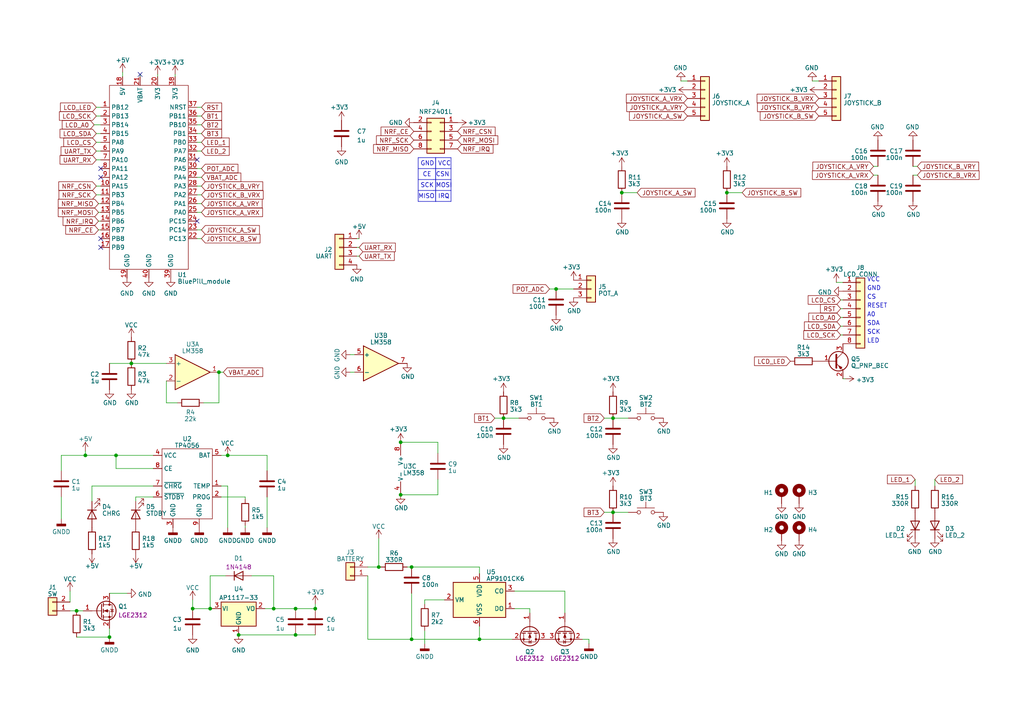
<source format=kicad_sch>
(kicad_sch (version 20230121) (generator eeschema)
  (paper "A4")
  (title_block (title "Scout Robot Remote") (date "2023-04-09") (rev "V1.0") (comment 1 "Zuzanna Kunikowska") (comment 2 "Mateusz Wójcik"))
  (junction (at 116.205 128.27))
  (junction (at 210.82 55.88))
  (junction (at 116.205 143.51))
  (junction (at 177.8 121.285))
  (junction (at 63.5 107.95))
  (junction (at 91.44 176.53))
  (junction (at 146.05 121.285))
  (junction (at 38.1 105.41))
  (junction (at 85.725 176.53))
  (junction (at 24.765 132.08))
  (junction (at 60.96 176.53))
  (junction (at 180.34 55.88))
  (junction (at 79.375 176.53))
  (junction (at 109.855 164.465))
  (junction (at 69.215 184.15))
  (junction (at 177.8 148.59))
  (junction (at 85.725 184.15))
  (junction (at 139.065 185.42))
  (junction (at 33.655 132.08))
  (junction (at 22.225 177.165))
  (junction (at 55.88 176.53))
  (junction (at 161.29 83.82))
  (junction (at 31.75 184.785))
  (junction (at 119.38 164.465))
  (junction (at 119.38 185.42))
  (junction (at 66.04 132.08))
  (no_connect (at 29.21 51.435))
  (no_connect (at 40.64 21.59))
  (no_connect (at 57.15 46.355))
  (no_connect (at 29.21 69.215))
  (no_connect (at 57.15 64.135))
  (no_connect (at 29.21 71.755))
  (no_connect (at 29.21 48.895))
  (wire (pts (xy 71.12 144.145) (xy 71.12 144.78)))
  (wire (pts (xy 149.225 176.53) (xy 153.67 176.53)))
  (wire (pts (xy 104.14 69.215) (xy 103.505 69.215)))
  (wire (pts (xy 57.15 48.895) (xy 58.42 48.895)))
  (wire (pts (xy 119.38 164.465) (xy 139.065 164.465)))
  (wire (pts (xy 39.37 144.145) (xy 39.37 145.415)))
  (wire (pts (xy 116.205 128.27) (xy 127 128.27)))
  (wire (pts (xy 17.78 132.08) (xy 24.765 132.08)))
  (wire (pts (xy 27.305 36.195) (xy 29.21 36.195)))
  (wire (pts (xy 116.205 143.51) (xy 127 143.51)))
  (wire (pts (xy 57.15 31.115) (xy 58.42 31.115)))
  (wire (pts (xy 20.32 177.165) (xy 22.225 177.165)))
  (wire (pts (xy 28.575 66.675) (xy 29.21 66.675)))
  (wire (pts (xy 79.375 176.53) (xy 85.725 176.53)))
  (wire (pts (xy 119.38 185.42) (xy 139.065 185.42)))
  (wire (pts (xy 79.375 167.005) (xy 79.375 176.53)))
  (wire (pts (xy 253.365 48.26) (xy 254.635 48.26)))
  (wire (pts (xy 17.78 150.495) (xy 17.78 144.145)))
  (wire (pts (xy 85.725 184.15) (xy 91.44 184.15)))
  (wire (pts (xy 243.84 97.155) (xy 244.475 97.155)))
  (wire (pts (xy 28.575 61.595) (xy 29.21 61.595)))
  (polyline (pts (xy 125.73 48.895) (xy 130.81 48.895)) (stroke (width 0) (type solid)))
  (wire (pts (xy 235.585 23.495) (xy 237.49 23.495)))
  (wire (pts (xy 27.94 31.115) (xy 29.21 31.115)))
  (wire (pts (xy 48.26 116.84) (xy 48.26 110.49)))
  (wire (pts (xy 57.15 43.815) (xy 58.42 43.815)))
  (polyline (pts (xy 126.365 45.72) (xy 126.365 58.42)) (stroke (width 0) (type solid)))
  (wire (pts (xy 63.5 116.84) (xy 63.5 107.95)))
  (wire (pts (xy 184.785 55.88) (xy 180.34 55.88)))
  (wire (pts (xy 35.56 20.955) (xy 35.56 22.225)))
  (wire (pts (xy 31.75 105.41) (xy 38.1 105.41)))
  (wire (pts (xy 101.6 107.95) (xy 102.87 107.95)))
  (wire (pts (xy 127 143.51) (xy 127 139.065)))
  (wire (pts (xy 33.655 132.08) (xy 44.45 132.08)))
  (wire (pts (xy 264.795 50.8) (xy 266.065 50.8)))
  (wire (pts (xy 27.94 56.515) (xy 29.21 56.515)))
  (wire (pts (xy 182.245 121.285) (xy 177.8 121.285)))
  (wire (pts (xy 175.26 121.285) (xy 177.8 121.285)))
  (wire (pts (xy 65.405 167.005) (xy 60.96 167.005)))
  (wire (pts (xy 27.94 33.655) (xy 29.21 33.655)))
  (wire (pts (xy 109.855 156.21) (xy 109.855 164.465)))
  (wire (pts (xy 101.6 102.87) (xy 102.87 102.87)))
  (wire (pts (xy 27.94 46.355) (xy 29.21 46.355)))
  (wire (pts (xy 253.365 50.8) (xy 254.635 50.8)))
  (wire (pts (xy 57.15 56.515) (xy 58.42 56.515)))
  (wire (pts (xy 243.84 92.075) (xy 244.475 92.075)))
  (wire (pts (xy 57.15 38.735) (xy 58.42 38.735)))
  (wire (pts (xy 60.96 167.005) (xy 60.96 176.53)))
  (wire (pts (xy 243.84 86.995) (xy 244.475 86.995)))
  (wire (pts (xy 182.245 148.59) (xy 177.8 148.59)))
  (wire (pts (xy 55.88 176.53) (xy 60.96 176.53)))
  (wire (pts (xy 64.135 132.08) (xy 66.04 132.08)))
  (wire (pts (xy 20.32 171.45) (xy 20.32 174.625)))
  (wire (pts (xy 60.96 176.53) (xy 61.595 176.53)))
  (wire (pts (xy 150.495 121.285) (xy 146.05 121.285)))
  (wire (pts (xy 28.575 59.055) (xy 29.21 59.055)))
  (wire (pts (xy 161.29 83.82) (xy 166.37 83.82)))
  (wire (pts (xy 31.75 172.085) (xy 36.83 172.085)))
  (wire (pts (xy 104.14 71.755) (xy 103.505 71.755)))
  (polyline (pts (xy 121.285 52.07) (xy 125.73 52.07)) (stroke (width 0) (type solid)))
  (wire (pts (xy 57.15 41.275) (xy 58.42 41.275)))
  (wire (pts (xy 44.45 144.145) (xy 39.37 144.145)))
  (wire (pts (xy 106.68 164.465) (xy 109.855 164.465)))
  (wire (pts (xy 123.19 186.69) (xy 123.19 182.88)))
  (wire (pts (xy 27.94 53.975) (xy 29.21 53.975)))
  (wire (pts (xy 91.44 175.26) (xy 91.44 176.53)))
  (wire (pts (xy 106.68 167.005) (xy 106.68 185.42)))
  (polyline (pts (xy 130.81 45.72) (xy 130.81 58.42)) (stroke (width 0) (type solid)))
  (wire (pts (xy 22.225 177.165) (xy 24.13 177.165)))
  (polyline (pts (xy 125.73 55.245) (xy 130.81 55.245)) (stroke (width 0) (type solid)))
  (wire (pts (xy 244.475 109.855) (xy 245.11 109.855)))
  (wire (pts (xy 110.49 164.465) (xy 109.855 164.465)))
  (wire (pts (xy 139.065 164.465) (xy 139.065 166.37)))
  (wire (pts (xy 63.5 107.95) (xy 64.77 107.95)))
  (wire (pts (xy 57.15 51.435) (xy 58.42 51.435)))
  (wire (pts (xy 104.14 74.295) (xy 103.505 74.295)))
  (polyline (pts (xy 121.285 55.245) (xy 125.73 55.245)) (stroke (width 0) (type solid)))
  (wire (pts (xy 163.83 171.45) (xy 163.83 177.8)))
  (wire (pts (xy 66.04 140.97) (xy 64.135 140.97)))
  (polyline (pts (xy 126.365 58.42) (xy 130.81 58.42)) (stroke (width 0) (type solid)))
  (wire (pts (xy 27.94 38.735) (xy 29.21 38.735)))
  (wire (pts (xy 77.47 153.035) (xy 77.47 144.145)))
  (wire (pts (xy 44.45 140.97) (xy 26.67 140.97)))
  (wire (pts (xy 143.51 121.285) (xy 146.05 121.285)))
  (wire (pts (xy 175.26 148.59) (xy 177.8 148.59)))
  (wire (pts (xy 33.655 135.89) (xy 33.655 132.08)))
  (wire (pts (xy 50.8 21.59) (xy 50.8 22.225)))
  (wire (pts (xy 242.57 81.915) (xy 244.475 81.915)))
  (wire (pts (xy 153.67 176.53) (xy 153.67 177.8)))
  (wire (pts (xy 271.145 139.065) (xy 271.145 140.97)))
  (wire (pts (xy 243.84 89.535) (xy 244.475 89.535)))
  (wire (pts (xy 27.94 43.815) (xy 29.21 43.815)))
  (wire (pts (xy 85.725 176.53) (xy 91.44 176.53)))
  (wire (pts (xy 26.67 140.97) (xy 26.67 145.415)))
  (wire (pts (xy 27.94 41.275) (xy 29.21 41.275)))
  (wire (pts (xy 170.815 186.69) (xy 170.815 185.42)))
  (wire (pts (xy 265.43 139.065) (xy 265.43 140.97)))
  (wire (pts (xy 55.88 173.99) (xy 55.88 176.53)))
  (wire (pts (xy 77.47 132.08) (xy 77.47 136.525)))
  (wire (pts (xy 28.575 64.135) (xy 29.21 64.135)))
  (wire (pts (xy 64.135 144.145) (xy 71.12 144.145)))
  (wire (pts (xy 215.265 55.88) (xy 210.82 55.88)))
  (wire (pts (xy 139.065 181.61) (xy 139.065 185.42)))
  (wire (pts (xy 76.835 176.53) (xy 79.375 176.53)))
  (wire (pts (xy 159.385 83.82) (xy 161.29 83.82)))
  (wire (pts (xy 123.19 173.99) (xy 123.19 175.26)))
  (wire (pts (xy 57.15 36.195) (xy 58.42 36.195)))
  (wire (pts (xy 127 128.27) (xy 127 131.445)))
  (wire (pts (xy 57.15 59.055) (xy 58.42 59.055)))
  (wire (pts (xy 148.59 185.42) (xy 139.065 185.42)))
  (wire (pts (xy 66.04 153.035) (xy 66.04 140.97)))
  (wire (pts (xy 106.68 185.42) (xy 119.38 185.42)))
  (wire (pts (xy 264.795 48.26) (xy 266.065 48.26)))
  (wire (pts (xy 69.215 184.15) (xy 85.725 184.15)))
  (wire (pts (xy 59.055 116.84) (xy 63.5 116.84)))
  (wire (pts (xy 24.765 130.81) (xy 24.765 132.08)))
  (wire (pts (xy 71.12 153.035) (xy 71.12 152.4)))
  (wire (pts (xy 40.64 21.59) (xy 40.64 22.225)))
  (wire (pts (xy 57.15 33.655) (xy 58.42 33.655)))
  (wire (pts (xy 57.15 66.675) (xy 58.42 66.675)))
  (wire (pts (xy 197.485 23.495) (xy 199.39 23.495)))
  (polyline (pts (xy 121.285 58.42) (xy 126.365 58.42)) (stroke (width 0) (type solid)))
  (polyline (pts (xy 125.73 52.07) (xy 130.81 52.07)) (stroke (width 0) (type solid)))
  (polyline (pts (xy 126.365 45.72) (xy 126.365 58.42)) (stroke (width 0) (type solid)))
  (wire (pts (xy 170.815 185.42) (xy 168.91 185.42)))
  (wire (pts (xy 45.72 21.59) (xy 45.72 22.225)))
  (polyline (pts (xy 121.285 45.72) (xy 126.365 45.72)) (stroke (width 0) (type solid)))
  (polyline (pts (xy 121.285 48.895) (xy 125.73 48.895)) (stroke (width 0) (type solid)))
  (wire (pts (xy 17.78 132.08) (xy 17.78 136.525)))
  (wire (pts (xy 57.15 61.595) (xy 58.42 61.595)))
  (wire (pts (xy 119.38 172.085) (xy 119.38 185.42)))
  (wire (pts (xy 118.11 164.465) (xy 119.38 164.465)))
  (wire (pts (xy 24.765 132.08) (xy 33.655 132.08)))
  (polyline (pts (xy 126.365 45.72) (xy 130.81 45.72)) (stroke (width 0) (type solid)))
  (wire (pts (xy 149.225 171.45) (xy 163.83 171.45)))
  (wire (pts (xy 57.15 69.215) (xy 58.42 69.215)))
  (wire (pts (xy 57.15 53.975) (xy 58.42 53.975)))
  (wire (pts (xy 243.84 94.615) (xy 244.475 94.615)))
  (wire (pts (xy 66.04 132.08) (xy 77.47 132.08)))
  (wire (pts (xy 22.225 184.785) (xy 31.75 184.785)))
  (wire (pts (xy 73.025 167.005) (xy 79.375 167.005)))
  (wire (pts (xy 123.19 173.99) (xy 128.905 173.99)))
  (polyline (pts (xy 121.285 45.72) (xy 121.285 58.42)) (stroke (width 0) (type solid)))
  (wire (pts (xy 31.75 184.785) (xy 31.75 182.245)))
  (wire (pts (xy 44.45 135.89) (xy 33.655 135.89)))
  (wire (pts (xy 48.26 116.84) (xy 51.435 116.84)))
  (wire (pts (xy 48.26 105.41) (xy 38.1 105.41)))
  (text "A0" (at 251.46 92.075 0) (effects (font (size 1.27 1.27)) (justify left bottom)))
  (text "IRQ" (at 127 57.785 0) (effects (font (size 1.27 1.27)) (justify left bottom)))
  (text "SCK" (at 251.46 97.155 0) (effects (font (size 1.27 1.27)) (justify left bottom)))
  (text "MISO" (at 121.285 57.785 0) (effects (font (size 1.27 1.27)) (justify left bottom)))
  (text "RESET" (at 251.46 89.535 0) (effects (font (size 1.27 1.27)) (justify left bottom)))
  (text "CS" (at 251.46 86.995 0) (effects (font (size 1.27 1.27)) (justify left bottom)))
  (text "SDA" (at 251.46 94.615 0) (effects (font (size 1.27 1.27)) (justify left bottom)))
  (text "GND" (at 121.92 48.26 0) (effects (font (size 1.27 1.27)) (justify left bottom)))
  (text "CE" (at 122.555 51.435 0) (effects (font (size 1.27 1.27)) (justify left bottom)))
  (text "VCC" (at 127 48.26 0) (effects (font (size 1.27 1.27)) (justify left bottom)))
  (text "GND" (at 251.46 84.455 0) (effects (font (size 1.27 1.27)) (justify left bottom)))
  (text "MOSI" (at 126.365 54.61 0) (effects (font (size 1.27 1.27)) (justify left bottom)))
  (text "SCK" (at 121.92 54.61 0) (effects (font (size 1.27 1.27)) (justify left bottom)))
  (text "CSN" (at 126.365 51.435 0) (effects (font (size 1.27 1.27)) (justify left bottom)))
  (text "LED" (at 251.46 99.695 0) (effects (font (size 1.27 1.27)) (justify left bottom)))
  (text "VCC" (at 251.46 81.915 0) (effects (font (size 1.27 1.27)) (justify left bottom)))
  (global_label "POT_ADC" (shape input) (at 159.385 83.82 180) (property "Intersheetrefs" "${INTERSHEET_REFS}" (effects hide)))
  (global_label "LCD_A0" (shape input) (at 27.305 36.195 180) (property "Intersheetrefs" "${INTERSHEET_REFS}" (effects hide)))
  (global_label "JOYSTICK_B_VRY" (shape input) (at 266.065 48.26 0) (property "Intersheetrefs" "${INTERSHEET_REFS}" (effects hide)))
  (global_label "RST" (shape input) (at 58.42 31.115 0) (property "Intersheetrefs" "${INTERSHEET_REFS}" (effects hide)))
  (global_label "LED_1" (shape input) (at 58.42 41.275 0) (property "Intersheetrefs" "${INTERSHEET_REFS}" (effects hide)))
  (global_label "NRF_IRQ" (shape input) (at 28.575 64.135 180) (property "Intersheetrefs" "${INTERSHEET_REFS}" (effects hide)))
  (global_label "NRF_SCK" (shape input) (at 120.015 40.64 180) (property "Intersheetrefs" "${INTERSHEET_REFS}" (effects hide)))
  (global_label "JOYSTICK_B_SW" (shape input) (at 215.265 55.88 0) (property "Intersheetrefs" "${INTERSHEET_REFS}" (effects hide)))
  (global_label "BT3" (shape input) (at 175.26 148.59 180) (property "Intersheetrefs" "${INTERSHEET_REFS}" (effects hide)))
  (global_label "LCD_LED" (shape input) (at 229.235 104.775 180) (property "Intersheetrefs" "${INTERSHEET_REFS}" (effects hide)))
  (global_label "JOYSTICK_B_VRY" (shape input) (at 58.42 53.975 0) (property "Intersheetrefs" "${INTERSHEET_REFS}" (effects hide)))
  (global_label "JOYSTICK_B_VRY" (shape input) (at 237.49 31.115 180) (property "Intersheetrefs" "${INTERSHEET_REFS}" (effects hide)))
  (global_label "LED_1" (shape input) (at 265.43 139.065 180) (property "Intersheetrefs" "${INTERSHEET_REFS}" (effects hide)))
  (global_label "LCD_CS" (shape input) (at 27.94 41.275 180) (property "Intersheetrefs" "${INTERSHEET_REFS}" (effects hide)))
  (global_label "JOYSTICK_A_SW" (shape input) (at 58.42 66.675 0) (property "Intersheetrefs" "${INTERSHEET_REFS}" (effects hide)))
  (global_label "LCD_CS" (shape input) (at 243.84 86.995 180) (property "Intersheetrefs" "${INTERSHEET_REFS}" (effects hide)))
  (global_label "RST" (shape input) (at 243.84 89.535 180) (property "Intersheetrefs" "${INTERSHEET_REFS}" (effects hide)))
  (global_label "JOYSTICK_B_VRX" (shape input) (at 237.49 28.575 180) (property "Intersheetrefs" "${INTERSHEET_REFS}" (effects hide)))
  (global_label "JOYSTICK_A_VRX" (shape input) (at 253.365 50.8 180) (property "Intersheetrefs" "${INTERSHEET_REFS}" (effects hide)))
  (global_label "JOYSTICK_B_SW" (shape input) (at 237.49 33.655 180) (property "Intersheetrefs" "${INTERSHEET_REFS}" (effects hide)))
  (global_label "NRF_MISO" (shape input) (at 28.575 59.055 180) (property "Intersheetrefs" "${INTERSHEET_REFS}" (effects hide)))
  (global_label "NRF_CE" (shape input) (at 28.575 66.675 180) (property "Intersheetrefs" "${INTERSHEET_REFS}" (effects hide)))
  (global_label "UART_TX" (shape input) (at 104.14 74.295 0) (property "Intersheetrefs" "${INTERSHEET_REFS}" (effects hide)))
  (global_label "BT2" (shape input) (at 58.42 36.195 0) (property "Intersheetrefs" "${INTERSHEET_REFS}" (effects hide)))
  (global_label "LED_2" (shape input) (at 271.145 139.065 0) (property "Intersheetrefs" "${INTERSHEET_REFS}" (effects hide)))
  (global_label "NRF_CSN" (shape input) (at 132.715 38.1 0) (property "Intersheetrefs" "${INTERSHEET_REFS}" (effects hide)))
  (global_label "LCD_SDA" (shape input) (at 27.94 38.735 180) (property "Intersheetrefs" "${INTERSHEET_REFS}" (effects hide)))
  (global_label "LCD_SCK" (shape input) (at 243.84 97.155 180) (property "Intersheetrefs" "${INTERSHEET_REFS}" (effects hide)))
  (global_label "NRF_IRQ" (shape input) (at 132.715 43.18 0) (property "Intersheetrefs" "${INTERSHEET_REFS}" (effects hide)))
  (global_label "LCD_SDA" (shape input) (at 243.84 94.615 180) (property "Intersheetrefs" "${INTERSHEET_REFS}" (effects hide)))
  (global_label "JOYSTICK_A_VRY" (shape input) (at 58.42 59.055 0) (property "Intersheetrefs" "${INTERSHEET_REFS}" (effects hide)))
  (global_label "NRF_MOSI" (shape input) (at 132.715 40.64 0) (property "Intersheetrefs" "${INTERSHEET_REFS}" (effects hide)))
  (global_label "LCD_LED" (shape input) (at 27.94 31.115 180) (property "Intersheetrefs" "${INTERSHEET_REFS}" (effects hide)))
  (global_label "BT1" (shape input) (at 143.51 121.285 180) (property "Intersheetrefs" "${INTERSHEET_REFS}" (effects hide)))
  (global_label "LED_2" (shape input) (at 58.42 43.815 0) (property "Intersheetrefs" "${INTERSHEET_REFS}" (effects hide)))
  (global_label "JOYSTICK_A_VRX" (shape input) (at 199.39 28.575 180) (property "Intersheetrefs" "${INTERSHEET_REFS}" (effects hide)))
  (global_label "NRF_CE" (shape input) (at 120.015 38.1 180) (property "Intersheetrefs" "${INTERSHEET_REFS}" (effects hide)))
  (global_label "JOYSTICK_B_SW" (shape input) (at 58.42 69.215 0) (property "Intersheetrefs" "${INTERSHEET_REFS}" (effects hide)))
  (global_label "UART_RX" (shape input) (at 104.14 71.755 0) (property "Intersheetrefs" "${INTERSHEET_REFS}" (effects hide)))
  (global_label "JOYSTICK_B_VRX" (shape input) (at 266.065 50.8 0) (property "Intersheetrefs" "${INTERSHEET_REFS}" (effects hide)))
  (global_label "UART_TX" (shape input) (at 27.94 43.815 180) (property "Intersheetrefs" "${INTERSHEET_REFS}" (effects hide)))
  (global_label "NRF_MISO" (shape input) (at 120.015 43.18 180) (property "Intersheetrefs" "${INTERSHEET_REFS}" (effects hide)))
  (global_label "JOYSTICK_A_SW" (shape input) (at 184.785 55.88 0) (property "Intersheetrefs" "${INTERSHEET_REFS}" (effects hide)))
  (global_label "BT3" (shape input) (at 58.42 38.735 0) (property "Intersheetrefs" "${INTERSHEET_REFS}" (effects hide)))
  (global_label "NRF_SCK" (shape input) (at 27.94 56.515 180) (property "Intersheetrefs" "${INTERSHEET_REFS}" (effects hide)))
  (global_label "LCD_A0" (shape input) (at 243.84 92.075 180) (property "Intersheetrefs" "${INTERSHEET_REFS}" (effects hide)))
  (global_label "VBAT_ADC" (shape input) (at 64.77 107.95 0) (property "Intersheetrefs" "${INTERSHEET_REFS}" (effects hide)))
  (global_label "NRF_MOSI" (shape input) (at 28.575 61.595 180) (property "Intersheetrefs" "${INTERSHEET_REFS}" (effects hide)))
  (global_label "UART_RX" (shape input) (at 27.94 46.355 180) (property "Intersheetrefs" "${INTERSHEET_REFS}" (effects hide)))
  (global_label "NRF_CSN" (shape input) (at 27.94 53.975 180) (property "Intersheetrefs" "${INTERSHEET_REFS}" (effects hide)))
  (global_label "POT_ADC" (shape input) (at 58.42 48.895 0) (property "Intersheetrefs" "${INTERSHEET_REFS}" (effects hide)))
  (global_label "JOYSTICK_A_VRY" (shape input) (at 199.39 31.115 180) (property "Intersheetrefs" "${INTERSHEET_REFS}" (effects hide)))
  (global_label "BT1" (shape input) (at 58.42 33.655 0) (property "Intersheetrefs" "${INTERSHEET_REFS}" (effects hide)))
  (global_label "BT2" (shape input) (at 175.26 121.285 180) (property "Intersheetrefs" "${INTERSHEET_REFS}" (effects hide)))
  (global_label "JOYSTICK_A_SW" (shape input) (at 199.39 33.655 180) (property "Intersheetrefs" "${INTERSHEET_REFS}" (effects hide)))
  (global_label "JOYSTICK_B_VRX" (shape input) (at 58.42 56.515 0) (property "Intersheetrefs" "${INTERSHEET_REFS}" (effects hide)))
  (global_label "VBAT_ADC" (shape input) (at 58.42 51.435 0) (property "Intersheetrefs" "${INTERSHEET_REFS}" (effects hide)))
  (global_label "LCD_SCK" (shape input) (at 27.94 33.655 180) (property "Intersheetrefs" "${INTERSHEET_REFS}" (effects hide)))
  (global_label "JOYSTICK_A_VRY" (shape input) (at 253.365 48.26 180) (property "Intersheetrefs" "${INTERSHEET_REFS}" (effects hide)))
  (global_label "JOYSTICK_A_VRX" (shape input) (at 58.42 61.595 0) (property "Intersheetrefs" "${INTERSHEET_REFS}" (effects hide)))
  (symbol (lib_id "power:GND") (at 192.405 148.59 0) (unit 1)
    (property "Reference" "#PWR052" (effects hide))
    (property "Value" "GND" (at 190.5 152.4 0) (effects (justify left)))
  )
  (symbol (lib_id "Connector_Generic:Conn_01x03") (at 171.45 83.82 0) (unit 1)
    (property "Reference" "J5" (at 173.482 83.1763 0) (effects (justify left)))
    (property "Value" "POT_A" (at 173.482 85.0973 0) (effects (justify left)))
    (property "Footprint" "Connector_JST:JST_PH_B3B-PH-K_1x03_P2.00mm_Vertical" (effects hide))
  )
  (symbol (lib_id "power:+5V") (at 104.14 69.215 0) (mirror y) (unit 1)
    (property "Reference" "#PWR030" (effects hide))
    (property "Value" "+5V" (at 104.14 65.7131 0))
  )
  (symbol (lib_id "Mechanical:MountingHole_Pad") (at 226.695 143.51 0) (unit 1)
    (property "Reference" "H1" (at 222.885 142.875 0))
    (property "Value" "MH" (effects hide))
    (property "Footprint" "MountingHole:MountingHole_3.2mm_M3_Pad_Via" (effects hide))
  )
  (symbol (lib_id "power:VCC") (at 38.1 97.79 0) (unit 1)
    (property "Reference" "#PWR09" (effects hide))
    (property "Value" "VCC" (at 38.1 94.2881 0))
  )
  (symbol (lib_id "power:GND") (at 226.695 146.05 0) (unit 1)
    (property "Reference" "#PWR057" (effects hide))
    (property "Value" "GND" (at 226.695 149.86 0))
  )
  (symbol (lib_id "Device:R") (at 114.3 164.465 90) (unit 1)
    (property "Reference" "R6" (at 114.3 160.4391 90))
    (property "Value" "330R" (at 114.3 162.3601 90))
    (property "Footprint" "Resistor_SMD:R_0805_2012Metric" (effects hide))
  )
  (symbol (lib_id "power:+3V3") (at 45.72 21.59 0) (unit 1)
    (property "Reference" "#PWR013" (effects hide))
    (property "Value" "+3V3" (at 45.72 18.0881 0))
  )
  (symbol (lib_id "Connector_Generic:Conn_01x04") (at 98.425 71.755 0) (mirror y) (unit 1)
    (property "Reference" "J2" (at 96.393 72.3813 0) (effects (justify left)))
    (property "Value" "UART" (at 96.393 74.3023 0) (effects (justify left)))
    (property "Footprint" "Connector_JST:JST_XH_B4B-XH-A_1x04_P2.50mm_Vertical" (effects hide))
  )
  (symbol (lib_id "power:GND") (at 103.505 76.835 0) (mirror y) (unit 1)
    (property "Reference" "#PWR029" (effects hide))
    (property "Value" "GND" (at 103.505 80.9705 0))
  )
  (symbol (lib_id "Switch:SW_Push") (at 187.325 148.59 0) (unit 1)
    (property "Reference" "SW3" (at 187.325 142.6591 0))
    (property "Value" "BT3" (at 187.325 144.5801 0))
    (property "Footprint" "Button_Switch_THT:SW_PUSH_6mm_H7.3mm" (effects hide))
  )
  (symbol (lib_id "power:GND") (at 160.655 121.285 0) (unit 1)
    (property "Reference" "#PWR040" (effects hide))
    (property "Value" "GND" (at 158.75 125.095 0) (effects (justify left)))
  )
  (symbol (lib_id "Mechanical:MountingHole_Pad") (at 226.695 154.305 0) (unit 1)
    (property "Reference" "H2" (at 222.885 153.67 0))
    (property "Value" "MH" (effects hide))
    (property "Footprint" "MountingHole:MountingHole_3.2mm_M3_Pad_Via" (effects hide))
  )
  (symbol (lib_id "Device:R") (at 146.05 117.475 0) (unit 1)
    (property "Reference" "R8" (at 147.828 116.8313 0) (effects (justify left)))
    (property "Value" "3k3" (at 147.828 118.7523 0) (effects (justify left)))
    (property "Footprint" "Resistor_SMD:R_0805_2012Metric" (effects hide))
  )
  (symbol (lib_id "Mechanical:MountingHole_Pad") (at 231.775 143.51 0) (unit 1)
    (property "Reference" "H3" (at 234.315 142.875 0) (effects (justify left)))
    (property "Value" "MH" (effects hide))
    (property "Footprint" "MountingHole:MountingHole_3.2mm_M3_Pad_Via" (effects hide))
  )
  (symbol (lib_id "power:+5V") (at 39.37 160.655 180) (unit 1)
    (property "Reference" "#PWR067" (effects hide))
    (property "Value" "+5V" (at 39.37 164.1569 0))
  )
  (symbol (lib_id "Device:C") (at 254.635 44.45 0) (unit 1)
    (property "Reference" "C16" (at 251.7141 43.8063 0) (effects (justify right)))
    (property "Value" "100n" (at 251.7141 45.7273 0) (effects (justify right)))
    (property "Footprint" "Capacitor_SMD:C_0805_2012Metric" (effects hide))
  )
  (symbol (lib_id "Device:R") (at 177.8 144.78 0) (unit 1)
    (property "Reference" "R10" (at 179.578 144.1363 0) (effects (justify left)))
    (property "Value" "3k3" (at 179.578 146.0573 0) (effects (justify left)))
    (property "Footprint" "Resistor_SMD:R_0805_2012Metric" (effects hide))
  )
  (symbol (lib_id "power:GND") (at 166.37 86.36 0) (unit 1)
    (property "Reference" "#PWR043" (effects hide))
    (property "Value" "GND" (at 164.465 90.17 0) (effects (justify left)))
  )
  (symbol (lib_id "power:GND") (at 43.18 80.645 0) (unit 1)
    (property "Reference" "#PWR012" (effects hide))
    (property "Value" "GND" (at 43.18 85.09 0))
  )
  (symbol (lib_id "Device:C") (at 254.635 54.61 0) (unit 1)
    (property "Reference" "C18" (at 251.7141 53.9663 0) (effects (justify right)))
    (property "Value" "100n" (at 251.7141 55.8873 0) (effects (justify right)))
    (property "Footprint" "Capacitor_SMD:C_0805_2012Metric" (effects hide))
  )
  (symbol (lib_id "power:GND") (at 197.485 23.495 180) (unit 1)
    (property "Reference" "#PWR053" (effects hide))
    (property "Value" "GND" (at 199.39 19.685 0) (effects (justify left)))
  )
  (symbol (lib_id "Device:C") (at 177.8 125.095 0) (unit 1)
    (property "Reference" "C12" (at 174.8791 124.4513 0) (effects (justify right)))
    (property "Value" "100n" (at 174.8791 126.3723 0) (effects (justify right)))
    (property "Footprint" "Capacitor_SMD:C_0805_2012Metric" (effects hide))
  )
  (symbol (lib_id "power:+3V3") (at 180.34 48.26 0) (unit 1)
    (property "Reference" "#PWR049" (effects hide))
    (property "Value" "+3V3" (at 179.705 44.45 0))
  )
  (symbol (lib_id "power:GND") (at 226.695 156.845 0) (unit 1)
    (property "Reference" "#PWR058" (effects hide))
    (property "Value" "GND" (at 226.695 160.655 0))
  )
  (symbol (lib_id "power:GND") (at 254.635 58.42 0) (unit 1)
    (property "Reference" "#PWR072" (effects hide))
    (property "Value" "GND" (at 252.73 62.23 0) (effects (justify left)))
  )
  (symbol (lib_id "power:GND") (at 254.635 40.64 180) (unit 1)
    (property "Reference" "#PWR070" (effects hide))
    (property "Value" "GND" (at 256.54 36.83 0) (effects (justify left)))
  )
  (symbol (lib_id "Device:C") (at 91.44 180.34 0) (unit 1)
    (property "Reference" "C6" (at 94.615 179.705 0) (effects (justify left)))
    (property "Value" "1u" (at 94.615 182.245 0) (effects (justify left)))
    (property "Footprint" "Capacitor_SMD:C_1206_3216Metric" (effects hide))
  )
  (symbol (lib_id "Device:R") (at 55.245 116.84 90) (unit 1)
    (property "Reference" "R4" (at 55.245 119.5785 90))
    (property "Value" "22k" (at 55.245 121.4995 90))
    (property "Footprint" "Resistor_SMD:R_0805_2012Metric" (effects hide))
  )
  (symbol (lib_id "Device:C") (at 17.78 140.335 180) (unit 1)
    (property "Reference" "C1" (at 20.701 139.6913 0) (effects (justify right)))
    (property "Value" "1u" (at 20.701 141.6123 0) (effects (justify right)))
    (property "Footprint" "Capacitor_SMD:C_1206_3216Metric" (effects hide))
  )
  (symbol (lib_id "Device:C") (at 127 135.255 180) (unit 1)
    (property "Reference" "C9" (at 129.921 134.6113 0) (effects (justify right)))
    (property "Value" "1u" (at 129.921 136.5323 0) (effects (justify right)))
    (property "Footprint" "Capacitor_SMD:C_1206_3216Metric" (effects hide))
  )
  (symbol (lib_id "power:GND") (at 146.05 128.905 0) (unit 1)
    (property "Reference" "#PWR039" (effects hide))
    (property "Value" "GND" (at 144.145 132.715 0) (effects (justify left)))
  )
  (symbol (lib_id "power:GNDD") (at 50.165 153.035 0) (unit 1)
    (property "Reference" "#PWR011" (effects hide))
    (property "Value" "GNDD" (at 50.165 156.7895 0))
  )
  (symbol (lib_id "Device:R") (at 22.225 180.975 180) (unit 1)
    (property "Reference" "R1" (at 24.003 180.3313 0) (effects (justify right)))
    (property "Value" "3k3" (at 24.003 182.2523 0) (effects (justify right)))
    (property "Footprint" "Resistor_SMD:R_0805_2012Metric" (effects hide))
  )
  (symbol (lib_id "power:GND") (at 55.88 184.15 0) (unit 1)
    (property "Reference" "#PWR018" (effects hide))
    (property "Value" "GND" (at 55.88 188.595 0))
  )
  (symbol (lib_id "power:GND") (at 99.06 42.545 0) (unit 1)
    (property "Reference" "#PWR026" (effects hide))
    (property "Value" "GND" (at 99.06 46.99 0))
  )
  (symbol (lib_id "kicad-library:BluePill_module") (at 41.91 8.255 0) (unit 1)
    (property "Reference" "U1" (at 51.4859 79.7005 0) (effects (justify left)))
    (property "Value" "BluePill_module" (at 51.4859 81.6215 0) (effects (justify left)))
    (property "Footprint" "kicad_library:BluePill_Module" (effects hide))
  )
  (symbol (lib_id "Device:Q_PNP_BEC") (at 241.935 104.775 0) (unit 1)
    (property "Reference" "Q5" (at 246.7864 104.1313 0) (effects (justify left)))
    (property "Value" "Q_PNP_BEC" (at 246.7864 106.0523 0) (effects (justify left)))
    (property "Footprint" "Package_TO_SOT_SMD:SOT-23" (effects hide))
  )
  (symbol (lib_id "Device:R") (at 38.1 101.6 0) (unit 1)
    (property "Reference" "R2" (at 39.878 100.9563 0) (effects (justify left)))
    (property "Value" "47k" (at 39.878 102.8773 0) (effects (justify left)))
    (property "Footprint" "Resistor_SMD:R_0805_2012Metric" (effects hide))
  )
  (symbol (lib_id "Device:R") (at 265.43 144.78 0) (mirror y) (unit 1)
    (property "Reference" "R15" (at 263.652 144.1363 0) (effects (justify left)))
    (property "Value" "330R" (at 263.652 146.0573 0) (effects (justify left)))
    (property "Footprint" "Resistor_SMD:R_0805_2012Metric" (effects hide))
  )
  (symbol (lib_id "Device:R") (at 233.045 104.775 90) (unit 1)
    (property "Reference" "R14" (at 233.045 100.7491 90))
    (property "Value" "3k3" (at 233.045 102.6701 90))
    (property "Footprint" "Resistor_SMD:R_0805_2012Metric" (effects hide))
  )
  (symbol (lib_id "power:GND") (at 265.43 156.21 0) (mirror y) (unit 1)
    (property "Reference" "#PWR065" (effects hide))
    (property "Value" "GND" (at 267.335 160.02 0) (effects (justify left)))
  )
  (symbol (lib_id "power:+3V3") (at 245.11 109.855 270) (unit 1)
    (property "Reference" "#PWR063" (effects hide))
    (property "Value" "+3V3" (at 248.285 110.1718 90) (effects (justify left)))
  )
  (symbol (lib_id "power:+3V3") (at 132.715 35.56 270) (unit 1)
    (property "Reference" "#PWR037" (effects hide))
    (property "Value" "+3V3" (at 140.97 35.56 90) (effects (justify right)))
  )
  (symbol (lib_id "power:GNDD") (at 31.75 184.785 0) (unit 1)
    (property "Reference" "#PWR05" (effects hide))
    (property "Value" "GNDD" (at 31.75 188.5395 0))
  )
  (symbol (lib_id "Device:C") (at 264.795 44.45 0) (unit 1)
    (property "Reference" "C17" (at 261.8741 43.8063 0) (effects (justify right)))
    (property "Value" "100n" (at 261.8741 45.7273 0) (effects (justify right)))
    (property "Footprint" "Capacitor_SMD:C_0805_2012Metric" (effects hide))
  )
  (symbol (lib_id "Device:LED") (at 39.37 149.225 90) (mirror x) (unit 1)
    (property "Reference" "D5" (at 42.291 146.9938 90) (effects (justify right)))
    (property "Value" "STDBY" (at 42.291 148.9148 90) (effects (justify right)))
    (property "Footprint" "LED_THT:LED_D3.0mm" (effects hide))
  )
  (symbol (lib_id "Connector_Generic:Conn_01x08") (at 249.555 89.535 0) (unit 1)
    (property "Reference" "J8" (at 249.555 77.6351 0))
    (property "Value" "LCD_CONN" (at 249.555 79.5561 0))
    (property "Footprint" "Connector_PinSocket_2.54mm:PinSocket_1x08_P2.54mm_Vertical" (effects hide))
  )
  (symbol (lib_id "power:GND") (at 36.83 80.645 0) (unit 1)
    (property "Reference" "#PWR07" (effects hide))
    (property "Value" "GND" (at 36.83 85.09 0))
  )
  (symbol (lib_id "power:GND") (at 231.775 156.845 0) (unit 1)
    (property "Reference" "#PWR068" (effects hide))
    (property "Value" "GND" (at 231.775 160.655 0))
  )
  (symbol (lib_id "Device:Q_NMOS_GSD") (at 163.83 182.88 90) (mirror x) (unit 1)
    (property "Reference" "Q3" (at 163.83 189.0475 90))
    (property "Value" "Q_NMOS_GSD" (effects hide))
    (property "Footprint" "Package_TO_SOT_SMD:SOT-23" (effects hide))
    (property "Datasheet" "https://www.tme.eu/Document/264c9de3b82a6e1f668409c3e9819c7a/LGE2312.pdf" (effects hide))
    (property "MPN" "LGE2312" (at 163.83 190.9685 90))
  )
  (symbol (lib_id "Device:C") (at 210.82 59.69 0) (unit 1)
    (property "Reference" "C15" (at 207.8991 59.0463 0) (effects (justify right)))
    (property "Value" "100n" (at 207.8991 60.9673 0) (effects (justify right)))
    (property "Footprint" "Capacitor_SMD:C_0805_2012Metric" (effects hide))
  )
  (symbol (lib_id "Connector_Generic:Conn_01x05") (at 242.57 28.575 0) (unit 1)
    (property "Reference" "J7" (at 244.602 27.9313 0) (effects (justify left)))
    (property "Value" "JOYSTICK_B" (at 244.602 29.8523 0) (effects (justify left)))
    (property "Footprint" "Connector_JST:JST_PH_B5B-PH-K_1x05_P2.00mm_Vertical" (effects hide))
  )
  (symbol (lib_id "power:+3V3") (at 242.57 81.915 0) (unit 1)
    (property "Reference" "#PWR061" (effects hide))
    (property "Value" "+3V3" (at 241.935 78.105 0))
  )
  (symbol (lib_id "Device:Q_NMOS_GSD") (at 153.67 182.88 270) (unit 1)
    (property "Reference" "Q2" (at 153.67 189.0475 90))
    (property "Value" "Q_NMOS_GSD" (effects hide))
    (property "Footprint" "Package_TO_SOT_SMD:SOT-23" (effects hide))
    (property "Datasheet" "https://www.tme.eu/Document/264c9de3b82a6e1f668409c3e9819c7a/LGE2312.pdf" (effects hide))
    (property "MPN" "LGE2312" (at 153.67 190.9685 90))
  )
  (symbol (lib_id "Amplifier_Operational:LM358") (at 118.745 135.89 0) (unit 3)
    (property "Reference" "U3" (at 116.84 135.2463 0) (effects (justify left)))
    (property "Value" "LM358" (at 116.84 137.1673 0) (effects (justify left)))
    (property "Footprint" "Package_SO:SOIC-8_3.9x4.9mm_P1.27mm" (effects hide))
    (property "Datasheet" "http://www.ti.com/lit/ds/symlink/lm2904-n.pdf" (effects hide))
  )
  (symbol (lib_id "power:GND") (at 120.015 35.56 270) (unit 1)
    (property "Reference" "#PWR035" (effects hide))
    (property "Value" "GND" (at 116.84 35.5599 90) (effects (justify right)))
  )
  (symbol (lib_id "Device:R") (at 38.1 109.22 0) (unit 1)
    (property "Reference" "R3" (at 39.878 108.5763 0) (effects (justify left)))
    (property "Value" "47k" (at 39.878 110.4973 0) (effects (justify left)))
    (property "Footprint" "Resistor_SMD:R_0805_2012Metric" (effects hide))
  )
  (symbol (lib_id "power:GND") (at 180.34 63.5 0) (unit 1)
    (property "Reference" "#PWR050" (effects hide))
    (property "Value" "GND" (at 178.435 67.31 0) (effects (justify left)))
  )
  (symbol (lib_id "power:GND") (at 101.6 102.87 270) (unit 1)
    (property "Reference" "#PWR027" (effects hide))
    (property "Value" "GND" (at 97.79 100.965 0) (effects (justify left)))
  )
  (symbol (lib_id "Amplifier_Operational:LM358") (at 55.88 107.95 0) (unit 1)
    (property "Reference" "U3" (at 55.88 99.8601 0))
    (property "Value" "LM358" (at 55.88 101.7811 0))
    (property "Footprint" "Package_SO:SOIC-8_3.9x4.9mm_P1.27mm" (effects hide))
    (property "Datasheet" "http://www.ti.com/lit/ds/symlink/lm2904-n.pdf" (effects hide))
  )
  (symbol (lib_id "power:GND") (at 210.82 63.5 0) (unit 1)
    (property "Reference" "#PWR056" (effects hide))
    (property "Value" "GND" (at 208.915 67.31 0) (effects (justify left)))
  )
  (symbol (lib_id "Connector_Generic:Conn_01x02") (at 101.6 167.005 180) (unit 1)
    (property "Reference" "J3" (at 101.6 160.1851 0))
    (property "Value" "BATTERY" (at 101.6 162.1061 0))
    (property "Footprint" "Connector_JST:JST_XH_B2B-XH-A_1x02_P2.50mm_Vertical" (effects hide))
  )
  (symbol (lib_id "Connector_Generic:Conn_02x04_Odd_Even") (at 127.635 38.1 0) (mirror y) (unit 1)
    (property "Reference" "J4" (at 126.365 29.845 0))
    (property "Value" "NRF2401L" (at 126.365 32.385 0))
    (property "Footprint" "Connector_PinSocket_2.54mm:PinSocket_2x04_P2.54mm_Vertical" (effects hide))
  )
  (symbol (lib_id "power:GND") (at 69.215 184.15 0) (unit 1)
    (property "Reference" "#PWR022" (effects hide))
    (property "Value" "GND" (at 69.215 188.595 0))
  )
  (symbol (lib_id "Device:R") (at 210.82 52.07 0) (unit 1)
    (property "Reference" "R12" (at 212.598 51.4263 0) (effects (justify left)))
    (property "Value" "3k3" (at 212.598 53.3473 0) (effects (justify left)))
    (property "Footprint" "Resistor_SMD:R_0805_2012Metric" (effects hide))
  )
  (symbol (lib_id "power:GND") (at 36.83 172.085 90) (unit 1)
    (property "Reference" "#PWR08" (effects hide))
    (property "Value" "GND" (at 40.005 172.4018 90) (effects (justify right)))
  )
  (symbol (lib_id "power:+3V3") (at 237.49 26.035 90) (unit 1)
    (property "Reference" "#PWR060" (effects hide))
    (property "Value" "+3V3" (at 234.315 26.035 90) (effects (justify left)))
  )
  (symbol (lib_id "power:+5V") (at 26.67 160.655 180) (unit 1)
    (property "Reference" "#PWR069" (effects hide))
    (property "Value" "+5V" (at 26.67 164.1569 0))
  )
  (symbol (lib_id "power:GND") (at 177.8 128.905 0) (unit 1)
    (property "Reference" "#PWR046" (effects hide))
    (property "Value" "GND" (at 175.895 132.715 0) (effects (justify left)))
  )
  (symbol (lib_id "power:GND") (at 31.75 113.03 0) (unit 1)
    (property "Reference" "#PWR04" (effects hide))
    (property "Value" "GND" (at 29.845 116.84 0) (effects (justify left)))
  )
  (symbol (lib_id "Device:R") (at 26.67 156.845 180) (unit 1)
    (property "Reference" "R17" (at 28.448 156.2013 0) (effects (justify right)))
    (property "Value" "1k5" (at 28.448 158.1223 0) (effects (justify right)))
    (property "Footprint" "Resistor_SMD:R_0805_2012Metric" (effects hide))
  )
  (symbol (lib_id "Regulator_Linear:AP1117-33") (at 69.215 176.53 0) (unit 1)
    (property "Reference" "U4" (at 69.215 170.815 0))
    (property "Value" "AP1117-33" (at 69.215 173.355 0))
    (property "Footprint" "Package_TO_SOT_SMD:SOT-223-3_TabPin2" (effects hide))
    (property "Datasheet" "http://www.diodes.com/datasheets/AP1117.pdf" (effects hide))
  )
  (symbol (lib_id "power:GND") (at 38.1 113.03 0) (unit 1)
    (property "Reference" "#PWR010" (effects hide))
    (property "Value" "GND" (at 36.195 116.84 0) (effects (justify left)))
  )
  (symbol (lib_id "Device:Q_NMOS_GSD") (at 29.21 177.165 0) (unit 1)
    (property "Reference" "Q1" (at 34.29 175.895 0) (effects (justify left)))
    (property "Value" "Q_NMOS_GSD" (effects hide))
    (property "Footprint" "Package_TO_SOT_SMD:SOT-23" (effects hide))
    (property "Datasheet" "https://www.tme.eu/Document/264c9de3b82a6e1f668409c3e9819c7a/LGE2312.pdf" (effects hide))
    (property "MPN" "LGE2312" (at 34.29 178.435 0) (effects (justify left)))
  )
  (symbol (lib_id "power:+5V") (at 35.56 20.955 0) (unit 1)
    (property "Reference" "#PWR06" (effects hide))
    (property "Value" "+5V" (at 35.56 17.4531 0))
  )
  (symbol (lib_id "power:GNDD") (at 71.12 153.035 0) (unit 1)
    (property "Reference" "#PWR021" (effects hide))
    (property "Value" "GNDD" (at 71.12 156.7895 0))
  )
  (symbol (lib_id "Device:C") (at 55.88 180.34 0) (unit 1)
    (property "Reference" "C3" (at 52.705 179.705 0) (effects (justify right)))
    (property "Value" "1u" (at 52.705 182.245 0) (effects (justify right)))
    (property "Footprint" "Capacitor_SMD:C_1206_3216Metric" (effects hide))
  )
  (symbol (lib_id "Battery_Management:AP9101CK6") (at 139.065 173.99 0) (unit 1)
    (property "Reference" "U5" (at 141.0209 165.9001 0) (effects (justify left)))
    (property "Value" "AP9101CK6" (at 141.0209 167.8211 0) (effects (justify left)))
    (property "Footprint" "Package_TO_SOT_SMD:SOT-23-6" (effects hide))
    (property "Datasheet" "https://www.diodes.com/assets/Datasheets/AP9101C.pdf" (effects hide))
  )
  (symbol (lib_id "power:VCC") (at 109.855 156.21 0) (unit 1)
    (property "Reference" "#PWR031" (effects hide))
    (property "Value" "VCC" (at 109.855 152.7081 0))
  )
  (symbol (lib_id "Device:C") (at 31.75 109.22 180) (unit 1)
    (property "Reference" "C2" (at 28.829 108.5763 0) (effects (justify left)))
    (property "Value" "1u" (at 28.829 110.4973 0) (effects (justify left)))
    (property "Footprint" "Capacitor_SMD:C_1206_3216Metric" (effects hide))
  )
  (symbol (lib_id "power:+3V3") (at 177.8 140.97 0) (unit 1)
    (property "Reference" "#PWR047" (effects hide))
    (property "Value" "+3V3" (at 177.165 137.16 0))
  )
  (symbol (lib_id "power:GND") (at 101.6 107.95 270) (unit 1)
    (property "Reference" "#PWR028" (effects hide))
    (property "Value" "GND" (at 97.79 106.045 0) (effects (justify left)))
  )
  (symbol (lib_id "power:GNDD") (at 123.19 186.69 0) (unit 1)
    (property "Reference" "#PWR036" (effects hide))
    (property "Value" "GNDD" (at 123.19 190.4445 0))
  )
  (symbol (lib_id "Device:C") (at 177.8 152.4 0) (unit 1)
    (property "Reference" "C13" (at 174.8791 151.7563 0) (effects (justify right)))
    (property "Value" "100n" (at 174.8791 153.6773 0) (effects (justify right)))
    (property "Footprint" "Capacitor_SMD:C_0805_2012Metric" (effects hide))
  )
  (symbol (lib_id "power:VCC") (at 55.88 173.99 0) (unit 1)
    (property "Reference" "#PWR017" (effects hide))
    (property "Value" "VCC" (at 55.88 170.4881 0))
  )
  (symbol (lib_id "Device:C") (at 264.795 54.61 0) (unit 1)
    (property "Reference" "C19" (at 261.8741 53.9663 0) (effects (justify right)))
    (property "Value" "100n" (at 261.8741 55.8873 0) (effects (justify right)))
    (property "Footprint" "Capacitor_SMD:C_0805_2012Metric" (effects hide))
  )
  (symbol (lib_id "power:GNDD") (at 57.785 153.035 0) (unit 1)
    (property "Reference" "#PWR015" (effects hide))
    (property "Value" "GNDD" (at 57.785 156.7895 0))
  )
  (symbol (lib_id "power:GNDD") (at 170.815 186.69 0) (unit 1)
    (property "Reference" "#PWR044" (effects hide))
    (property "Value" "GNDD" (at 170.815 190.4445 0))
  )
  (symbol (lib_id "power:GND") (at 118.11 105.41 0) (unit 1)
    (property "Reference" "#PWR034" (effects hide))
    (property "Value" "GND" (at 116.205 109.22 0) (effects (justify left)))
  )
  (symbol (lib_id "power:GNDD") (at 66.04 153.035 0) (unit 1)
    (property "Reference" "#PWR020" (effects hide))
    (property "Value" "GNDD" (at 66.04 156.7895 0))
  )
  (symbol (lib_id "Switch:SW_Push") (at 187.325 121.285 0) (unit 1)
    (property "Reference" "SW2" (at 187.325 115.3541 0))
    (property "Value" "BT2" (at 187.325 117.2751 0))
    (property "Footprint" "Button_Switch_THT:SW_Tactile_SPST_Angled_PTS645Vx39-2LFS" (effects hide))
  )
  (symbol (lib_id "Mechanical:MountingHole_Pad") (at 231.775 154.305 0) (unit 1)
    (property "Reference" "H4" (at 234.315 153.67 0) (effects (justify left)))
    (property "Value" "MH" (effects hide))
    (property "Footprint" "MountingHole:MountingHole_3.2mm_M3_Pad_Via" (effects hide))
  )
  (symbol (lib_id "Connector_Generic:Conn_01x05") (at 204.47 28.575 0) (unit 1)
    (property "Reference" "J6" (at 206.502 27.9313 0) (effects (justify left)))
    (property "Value" "JOYSTICK_A" (at 206.502 29.8523 0) (effects (justify left)))
    (property "Footprint" "Connector_JST:JST_PH_B5B-PH-K_1x05_P2.00mm_Vertical" (effects hide))
  )
  (symbol (lib_id "Device:R") (at 271.145 144.78 0) (unit 1)
    (property "Reference" "R16" (at 272.923 144.1363 0) (effects (justify left)))
    (property "Value" "330R" (at 272.923 146.0573 0) (effects (justify left)))
    (property "Footprint" "Resistor_SMD:R_0805_2012Metric" (effects hide))
  )
  (symbol (lib_id "Switch:SW_Push") (at 155.575 121.285 0) (unit 1)
    (property "Reference" "SW1" (at 155.575 115.3541 0))
    (property "Value" "BT1" (at 155.575 117.2751 0))
    (property "Footprint" "Button_Switch_THT:SW_Tactile_SPST_Angled_PTS645Vx39-2LFS" (effects hide))
  )
  (symbol (lib_id "power:+3V3") (at 210.82 48.26 0) (unit 1)
    (property "Reference" "#PWR055" (effects hide))
    (property "Value" "+3V3" (at 210.185 44.45 0))
  )
  (symbol (lib_id "power:GND") (at 49.53 80.645 0) (unit 1)
    (property "Reference" "#PWR014" (effects hide))
    (property "Value" "GND" (at 49.53 85.09 0))
  )
  (symbol (lib_id "power:VCC") (at 20.32 171.45 0) (unit 1)
    (property "Reference" "#PWR02" (effects hide))
    (property "Value" "VCC" (at 20.32 167.9481 0))
  )
  (symbol (lib_id "Connector_Generic:Conn_01x02") (at 15.24 177.165 180) (unit 1)
    (property "Reference" "J1" (at 15.24 170.3451 0))
    (property "Value" "SW" (at 15.24 172.2661 0))
    (property "Footprint" "Connector_JST:JST_PH_B2B-PH-K_1x02_P2.00mm_Vertical" (effects hide))
  )
  (symbol (lib_id "Device:C") (at 99.06 38.735 0) (unit 1)
    (property "Reference" "C7" (at 103.505 38.1 0) (effects (justify left)))
    (property "Value" "1u" (at 103.505 40.64 0) (effects (justify left)))
    (property "Footprint" "Capacitor_SMD:C_1206_3216Metric" (effects hide))
  )
  (symbol (lib_id "power:GND") (at 235.585 23.495 180) (unit 1)
    (property "Reference" "#PWR059" (effects hide))
    (property "Value" "GND" (at 237.49 19.685 0) (effects (justify left)))
  )
  (symbol (lib_id "power:+3V3") (at 146.05 113.665 0) (unit 1)
    (property "Reference" "#PWR038" (effects hide))
    (property "Value" "+3V3" (at 145.415 109.855 0))
  )
  (symbol (lib_id "Device:R") (at 71.12 148.59 180) (unit 1)
    (property "Reference" "R5" (at 72.898 147.9463 0) (effects (justify right)))
    (property "Value" "1k5" (at 72.898 149.8673 0) (effects (justify right)))
    (property "Footprint" "Resistor_SMD:R_0805_2012Metric" (effects hide))
  )
  (symbol (lib_id "power:GND") (at 271.145 156.21 0) (unit 1)
    (property "Reference" "#PWR066" (effects hide))
    (property "Value" "GND" (at 269.24 160.02 0) (effects (justify left)))
  )
  (symbol (lib_id "power:+3V3") (at 177.8 113.665 0) (unit 1)
    (property "Reference" "#PWR045" (effects hide))
    (property "Value" "+3V3" (at 177.165 109.855 0))
  )
  (symbol (lib_id "power:GND") (at 244.475 84.455 270) (unit 1)
    (property "Reference" "#PWR062" (effects hide))
    (property "Value" "GND" (at 241.3001 84.7718 90) (effects (justify right)))
  )
  (symbol (lib_id "power:GNDD") (at 77.47 153.035 0) (unit 1)
    (property "Reference" "#PWR023" (effects hide))
    (property "Value" "GNDD" (at 77.47 156.7895 0))
  )
  (symbol (lib_id "power:+3V3") (at 99.06 34.925 0) (unit 1)
    (property "Reference" "#PWR025" (effects hide))
    (property "Value" "+3V3" (at 98.425 31.115 0))
  )
  (symbol (lib_id "power:+3V3") (at 166.37 81.28 0) (unit 1)
    (property "Reference" "#PWR042" (effects hide))
    (property "Value" "+3V3" (at 165.735 77.47 0))
  )
  (symbol (lib_id "Device:R") (at 39.37 156.845 180) (unit 1)
    (property "Reference" "R18" (at 41.148 156.2013 0) (effects (justify right)))
    (property "Value" "1k5" (at 41.148 158.1223 0) (effects (justify right)))
    (property "Footprint" "Resistor_SMD:R_0805_2012Metric" (effects hide))
  )
  (symbol (lib_id "Device:C") (at 161.29 87.63 0) (unit 1)
    (property "Reference" "C11" (at 158.3691 86.9863 0) (effects (justify right)))
    (property "Value" "100n" (at 158.3691 88.9073 0) (effects (justify right)))
    (property "Footprint" "Capacitor_SMD:C_0805_2012Metric" (effects hide))
  )
  (symbol (lib_id "Device:C") (at 180.34 59.69 0) (unit 1)
    (property "Reference" "C14" (at 177.4191 59.0463 0) (effects (justify right)))
    (property "Value" "100n" (at 177.4191 60.9673 0) (effects (justify right)))
    (property "Footprint" "Capacitor_SMD:C_0805_2012Metric" (effects hide))
  )
  (symbol (lib_id "Device:C") (at 77.47 140.335 180) (unit 1)
    (property "Reference" "C4" (at 80.391 139.6913 0) (effects (justify right)))
    (property "Value" "1u" (at 80.391 141.6123 0) (effects (justify right)))
    (property "Footprint" "Capacitor_SMD:C_1206_3216Metric" (effects hide))
  )
  (symbol (lib_id "power:+5V") (at 24.765 130.81 0) (unit 1)
    (property "Reference" "#PWR03" (effects hide))
    (property "Value" "+5V" (at 24.765 127.3081 0))
  )
  (symbol (lib_id "Device:LED") (at 265.43 152.4 270) (mirror x) (unit 1)
    (property "Reference" "D2" (at 262.509 153.3438 90) (effects (justify right)))
    (property "Value" "LED_1" (at 262.509 155.2648 90) (effects (justify right)))
    (property "Footprint" "LED_THT:LED_D3.0mm" (effects hide))
  )
  (symbol (lib_id "power:+3V3") (at 116.205 128.27 0) (unit 1)
    (property "Reference" "#PWR032" (effects hide))
    (property "Value" "+3V3" (at 115.57 124.46 0))
  )
  (symbol (lib_id "Device:C") (at 85.725 180.34 0) (unit 1)
    (property "Reference" "C5" (at 82.55 179.705 0) (effects (justify right)))
    (property "Value" "1u" (at 82.55 182.245 0) (effects (justify right)))
    (property "Footprint" "Capacitor_SMD:C_1206_3216Metric" (effects hide))
  )
  (symbol (lib_id "Device:C") (at 146.05 125.095 0) (unit 1)
    (property "Reference" "C10" (at 143.1291 124.4513 0) (effects (justify right)))
    (property "Value" "100n" (at 143.1291 126.3723 0) (effects (justify right)))
    (property "Footprint" "Capacitor_SMD:C_0805_2012Metric" (effects hide))
  )
  (symbol (lib_id "power:GND") (at 192.405 121.285 0) (unit 1)
    (property "Reference" "#PWR051" (effects hide))
    (property "Value" "GND" (at 190.5 125.095 0) (effects (justify left)))
  )
  (symbol (lib_id "Device:LED") (at 271.145 152.4 90) (unit 1)
    (property "Reference" "D3" (at 274.066 153.3438 90) (effects (justify right)))
    (property "Value" "LED_2" (at 274.066 155.2648 90) (effects (justify right)))
    (property "Footprint" "LED_THT:LED_D3.0mm" (effects hide))
  )
  (symbol (lib_id "power:GND") (at 116.205 143.51 0) (unit 1)
    (property "Reference" "#PWR033" (effects hide))
    (property "Value" "GND" (at 114.3 147.32 0) (effects (justify left)))
  )
  (symbol (lib_id "power:GND") (at 264.795 40.64 180) (unit 1)
    (property "Reference" "#PWR071" (effects hide))
    (property "Value" "GND" (at 266.7 36.83 0) (effects (justify left)))
  )
  (symbol (lib_id "Device:C") (at 119.38 168.275 180) (unit 1)
    (property "Reference" "C8" (at 122.301 167.6313 0) (effects (justify right)))
    (property "Value" "100n" (at 122.301 169.5523 0) (effects (justify right)))
    (property "Footprint" "Capacitor_SMD:C_0805_2012Metric" (effects hide))
  )
  (symbol (lib_id "Device:LED") (at 26.67 149.225 90) (mirror x) (unit 1)
    (property "Reference" "D4" (at 29.591 146.9938 90) (effects (justify right)))
    (property "Value" "CHRG" (at 29.591 148.9148 90) (effects (justify right)))
    (property "Footprint" "LED_THT:LED_D3.0mm" (effects hide))
  )
  (symbol (lib_id "power:+3V3") (at 91.44 175.26 0) (unit 1)
    (property "Reference" "#PWR024" (effects hide))
    (property "Value" "+3V3" (at 91.44 171.7581 0))
  )
  (symbol (lib_id "Device:R") (at 180.34 52.07 0) (unit 1)
    (property "Reference" "R11" (at 182.118 51.4263 0) (effects (justify left)))
    (property "Value" "3k3" (at 182.118 53.3473 0) (effects (justify left)))
    (property "Footprint" "Resistor_SMD:R_0805_2012Metric" (effects hide))
  )
  (symbol (lib_id "power:+3V3") (at 50.8 21.59 0) (unit 1)
    (property "Reference" "#PWR016" (effects hide))
    (property "Value" "+3V3" (at 50.8 18.0881 0))
  )
  (symbol (lib_id "power:GND") (at 177.8 156.21 0) (unit 1)
    (property "Reference" "#PWR048" (effects hide))
    (property "Value" "GND" (at 175.895 160.02 0) (effects (justify left)))
  )
  (symbol (lib_id "power:GND") (at 161.29 91.44 0) (unit 1)
    (property "Reference" "#PWR041" (effects hide))
    (property "Value" "GND" (at 159.385 95.25 0) (effects (justify left)))
  )
  (symbol (lib_id "power:+3V3") (at 199.39 26.035 90) (unit 1)
    (property "Reference" "#PWR054" (effects hide))
    (property "Value" "+3V3" (at 196.215 26.035 90) (effects (justify left)))
  )
  (symbol (lib_id "power:VCC") (at 66.04 132.08 0) (unit 1)
    (property "Reference" "#PWR019" (effects hide))
    (property "Value" "VCC" (at 66.04 128.5781 0))
  )
  (symbol (lib_id "kicad-library:TP4056") (at 53.975 127.635 0) (unit 1)
    (property "Reference" "U2" (at 54.2925 127.2921 0))
    (property "Value" "TP4056" (at 54.2925 129.2131 0))
    (property "Footprint" "Package_SO:SOIC-8-1EP_3.9x4.9mm_P1.27mm_EP2.41x3.81mm" (effects hide))
    (property "Datasheet" "https://dlnmh9ip6v2uc.cloudfront.net/datasheets/Prototyping/TP4056.pdf" (effects hide))
  )
  (symbol (lib_id "power:GNDD") (at 17.78 150.495 0) (unit 1)
    (property "Reference" "#PWR01" (effects hide))
    (property "Value" "GNDD" (at 17.78 154.2495 0))
  )
  (symbol (lib_id "Device:R") (at 123.19 179.07 180) (unit 1)
    (property "Reference" "R7" (at 124.968 178.4263 0) (effects (justify right)))
    (property "Value" "2k2" (at 124.968 180.3473 0) (effects (justify right)))
    (property "Footprint" "Resistor_SMD:R_0805_2012Metric" (effects hide))
  )
  (symbol (lib_id "Device:D") (at 69.215 167.005 0) (unit 1)
    (property "Reference" "D1" (at 69.215 161.925 0))
    (property "Value" "D" (effects hide))
    (property "Footprint" "Diode_SMD:D_1206_3216Metric" (effects hide))
    (property "Datasheet" "https://www.vishay.com/docs/81857/1n4148.pdf" (effects hide))
    (property "MPN" "1N4148" (at 69.215 164.465 0))
  )
  (symbol (lib_id "Amplifier_Operational:LM358") (at 110.49 105.41 0) (unit 2)
    (property "Reference" "U3" (at 110.49 97.3201 0))
    (property "Value" "LM358" (at 110.49 99.2411 0))
    (property "Footprint" "Package_SO:SOIC-8_3.9x4.9mm_P1.27mm" (effects hide))
    (property "Datasheet" "http://www.ti.com/lit/ds/symlink/lm2904-n.pdf" (effects hide))
  )
  (symbol (lib_id "power:GND") (at 231.775 146.05 0) (unit 1)
    (property "Reference" "#PWR064" (effects hide))
    (property "Value" "GND" (at 231.775 149.86 0))
  )
  (symbol (lib_id "Device:R") (at 177.8 117.475 0) (unit 1)
    (property "Reference" "R9" (at 179.578 116.8313 0) (effects (justify left)))
    (property "Value" "3k3" (at 179.578 118.7523 0) (effects (justify left)))
    (property "Footprint" "Resistor_SMD:R_0805_2012Metric" (effects hide))
  )
  (symbol (lib_id "power:GND") (at 264.795 58.42 0) (unit 1)
    (property "Reference" "#PWR073" (effects hide))
    (property "Value" "GND" (at 262.89 62.23 0) (effects (justify left)))
  )
)
</source>
